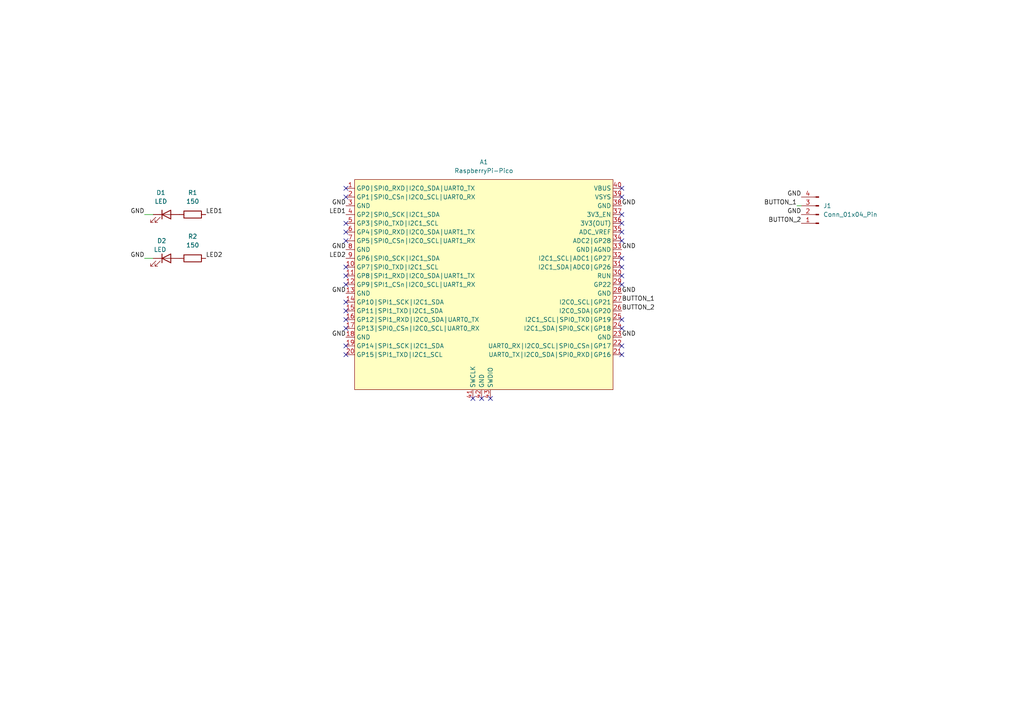
<source format=kicad_sch>
(kicad_sch (version 20230121) (generator eeschema)
  (paper "A4")
  (lib_symbols
    (symbol "Connector:Conn_01x04_Pin" (pin_names (offset 1.016) hide)
      (property "Reference" "J" (at 0 5.08 0))
      (property "Value" "Conn_01x04_Pin" (at 0 -7.62 0))
      (symbol "Conn_01x04_Pin_1_1"
        (polyline (pts (xy 1.27 -5.08) (xy 0.8636 -5.08)) (stroke (width 0.1524)))
        (polyline (pts (xy 1.27 -2.54) (xy 0.8636 -2.54)) (stroke (width 0.1524)))
        (polyline (pts (xy 1.27 0) (xy 0.8636 0)) (stroke (width 0.1524)))
        (polyline (pts (xy 1.27 2.54) (xy 0.8636 2.54)) (stroke (width 0.1524)))
        (rectangle (start 0.8636 -4.953) (end 0 -5.207) (stroke (width 0.1524)) (fill (type outline)))
        (rectangle (start 0.8636 -2.413) (end 0 -2.667) (stroke (width 0.1524)) (fill (type outline)))
        (rectangle (start 0.8636 0.127) (end 0 -0.127) (stroke (width 0.1524)) (fill (type outline)))
        (rectangle (start 0.8636 2.667) (end 0 2.413) (stroke (width 0.1524)) (fill (type outline)))
        (pin passive line (at 5.08 2.54 180) (length 3.81) (name "Pin_1") (number "1"))
        (pin passive line (at 5.08 0 180) (length 3.81) (name "Pin_2") (number "2"))
        (pin passive line (at 5.08 -2.54 180) (length 3.81) (name "Pin_3") (number "3"))
        (pin passive line (at 5.08 -5.08 180) (length 3.81) (name "Pin_4") (number "4"))
      )
    )
    (symbol "Device:LED" (pin_numbers hide) (pin_names (offset 1.016) hide)
      (property "Reference" "D" (at 0 2.54 0))
      (property "Value" "LED" (at 0 -2.54 0))
      (symbol "LED_0_1"
        (polyline (pts (xy -1.27 -1.27) (xy -1.27 1.27)) (stroke (width 0.254)))
        (polyline (pts (xy -1.27 0) (xy 1.27 0)))
        (polyline (pts (xy 1.27 -1.27) (xy 1.27 1.27) (xy -1.27 0) (xy 1.27 -1.27)) (stroke (width 0.254)))
        (polyline (pts (xy -3.048 -0.762) (xy -4.572 -2.286) (xy -3.81 -2.286) (xy -4.572 -2.286) (xy -4.572 -1.524)))
        (polyline (pts (xy -1.778 -0.762) (xy -3.302 -2.286) (xy -2.54 -2.286) (xy -3.302 -2.286) (xy -3.302 -1.524)))
      )
      (symbol "LED_1_1"
        (pin passive line (at -3.81 0 0) (length 2.54) (name "K") (number "1"))
        (pin passive line (at 3.81 0 180) (length 2.54) (name "A") (number "2"))
      )
    )
    (symbol "Device:R" (pin_numbers hide) (pin_names (offset 0))
      (property "Reference" "R" (at 2.032 0 90))
      (property "Value" "R" (at 0 0 90))
      (symbol "R_0_1"
        (rectangle (start -1.016 -2.54) (end 1.016 2.54) (stroke (width 0.254)))
      )
      (symbol "R_1_1"
        (pin passive line (at 0 3.81 270) (length 1.27) (name "~") (number "1"))
        (pin passive line (at 0 -3.81 90) (length 1.27) (name "~") (number "2"))
      )
    )
    (symbol "twyleg-board-connectors:RaspberryPi-Pico"
      (property "Reference" "A" (at 0 5.08 0))
      (property "Value" "RaspberryPi-Pico" (at 0 2.54 0))
      (symbol "RaspberryPi-Pico_1_1"
        (rectangle (start -36.83 0) (end 38.1 -60.96) (fill (type background)))
        (pin bidirectional line (at -39.37 -2.54 0) (length 2.54) (name "GP0|SPI0_RXD|I2C0_SDA|UART0_TX") (number "1"))
        (pin bidirectional line (at -39.37 -25.4 0) (length 2.54) (name "GP7|SPI0_TXD|I2C1_SCL") (number "10"))
        (pin bidirectional line (at -39.37 -27.94 0) (length 2.54) (name "GP8|SPI1_RXD|I2C0_SDA|UART1_TX") (number "11"))
        (pin bidirectional line (at -39.37 -30.48 0) (length 2.54) (name "GP9|SPI1_CSn|I2C0_SCL|UART1_RX") (number "12"))
        (pin power_in line (at -39.37 -33.02 0) (length 2.54) (name "GND") (number "13"))
        (pin bidirectional line (at -39.37 -35.56 0) (length 2.54) (name "GP10|SPI1_SCK|I2C1_SDA") (number "14"))
        (pin bidirectional line (at -39.37 -38.1 0) (length 2.54) (name "GP11|SPI1_TXD|I2C1_SDA") (number "15"))
        (pin bidirectional line (at -39.37 -40.64 0) (length 2.54) (name "GP12|SPI1_RXD|I2C0_SDA|UART0_TX") (number "16"))
        (pin bidirectional line (at -39.37 -43.18 0) (length 2.54) (name "GP13|SPI0_CSn|I2C0_SCL|UART0_RX") (number "17"))
        (pin power_in line (at -39.37 -45.72 0) (length 2.54) (name "GND") (number "18"))
        (pin bidirectional line (at -39.37 -48.26 0) (length 2.54) (name "GP14|SPI1_SCK|I2C1_SDA") (number "19"))
        (pin bidirectional line (at -39.37 -5.08 0) (length 2.54) (name "GP1|SPI0_CSn|I2C0_SCL|UART0_RX") (number "2"))
        (pin bidirectional line (at -39.37 -50.8 0) (length 2.54) (name "GP15|SPI1_TXD|I2C1_SCL") (number "20"))
        (pin bidirectional line (at 40.64 -50.8 180) (length 2.54) (name "UART0_TX|I2C0_SDA|SPI0_RXD|GP16") (number "21"))
        (pin bidirectional line (at 40.64 -48.26 180) (length 2.54) (name "UART0_RX|I2C0_SCL|SPI0_CSn|GP17") (number "22"))
        (pin power_in line (at 40.64 -45.72 180) (length 2.54) (name "GND") (number "23"))
        (pin bidirectional line (at 40.64 -43.18 180) (length 2.54) (name "I2C1_SDA|SPI0_SCK|GP18") (number "24"))
        (pin bidirectional line (at 40.64 -40.64 180) (length 2.54) (name "I2C1_SCL|SPI0_TXD|GP19") (number "25"))
        (pin bidirectional line (at 40.64 -38.1 180) (length 2.54) (name "I2C0_SDA|GP20") (number "26"))
        (pin bidirectional line (at 40.64 -35.56 180) (length 2.54) (name "I2C0_SCL|GP21") (number "27"))
        (pin power_in line (at 40.64 -33.02 180) (length 2.54) (name "GND") (number "28"))
        (pin bidirectional line (at 40.64 -30.48 180) (length 2.54) (name "GP22") (number "29"))
        (pin power_in line (at -39.37 -7.62 0) (length 2.54) (name "GND") (number "3"))
        (pin input line (at 40.64 -27.94 180) (length 2.54) (name "RUN") (number "30"))
        (pin bidirectional line (at 40.64 -25.4 180) (length 2.54) (name "I2C1_SDA|ADC0|GP26") (number "31"))
        (pin bidirectional line (at 40.64 -22.86 180) (length 2.54) (name "I2C1_SCL|ADC1|GP27") (number "32"))
        (pin input line (at 40.64 -20.32 180) (length 2.54) (name "GND|AGND") (number "33"))
        (pin bidirectional line (at 40.64 -17.78 180) (length 2.54) (name "ADC2|GP28") (number "34"))
        (pin input line (at 40.64 -15.24 180) (length 2.54) (name "ADC_VREF") (number "35"))
        (pin power_out line (at 40.64 -12.7 180) (length 2.54) (name "3V3(OUT)") (number "36"))
        (pin input line (at 40.64 -10.16 180) (length 2.54) (name "3V3_EN") (number "37"))
        (pin power_in line (at 40.64 -7.62 180) (length 2.54) (name "GND") (number "38"))
        (pin power_in line (at 40.64 -5.08 180) (length 2.54) (name "VSYS") (number "39"))
        (pin bidirectional line (at -39.37 -10.16 0) (length 2.54) (name "GP2|SPI0_SCK|I2C1_SDA") (number "4"))
        (pin power_out line (at 40.64 -2.54 180) (length 2.54) (name "VBUS") (number "40"))
        (pin input line (at -2.54 -63.5 90) (length 2.54) (name "SWCLK") (number "41"))
        (pin power_in line (at 0 -63.5 90) (length 2.54) (name "GND") (number "42"))
        (pin input line (at 2.54 -63.5 90) (length 2.54) (name "SWDIO") (number "43"))
        (pin bidirectional line (at -39.37 -12.7 0) (length 2.54) (name "GP3|SPI0_TXD|I2C1_SCL") (number "5"))
        (pin bidirectional line (at -39.37 -15.24 0) (length 2.54) (name "GP4|SPI0_RXD|I2C0_SDA|UART1_TX") (number "6"))
        (pin bidirectional line (at -39.37 -17.78 0) (length 2.54) (name "GP5|SPI0_CSn|I2C0_SCL|UART1_RX") (number "7"))
        (pin power_in line (at -39.37 -20.32 0) (length 2.54) (name "GND") (number "8"))
        (pin bidirectional line (at -39.37 -22.86 0) (length 2.54) (name "GP6|SPI0_SCK|I2C1_SDA") (number "9"))
      )
    )
  )
  (no_connect (at 100.33 100.33))
  (no_connect (at 142.24 115.57))
  (no_connect (at 180.34 82.55))
  (no_connect (at 180.34 92.71))
  (no_connect (at 180.34 77.47))
  (no_connect (at 180.34 62.23))
  (no_connect (at 139.7 115.57))
  (no_connect (at 137.16 115.57))
  (no_connect (at 100.33 102.87))
  (no_connect (at 180.34 64.77))
  (no_connect (at 100.33 69.85))
  (no_connect (at 100.33 64.77))
  (no_connect (at 180.34 102.87))
  (no_connect (at 180.34 80.01))
  (no_connect (at 100.33 80.01))
  (no_connect (at 100.33 87.63))
  (no_connect (at 180.34 100.33))
  (no_connect (at 180.34 67.31))
  (no_connect (at 180.34 95.25))
  (no_connect (at 180.34 57.15))
  (no_connect (at 100.33 67.31))
  (no_connect (at 100.33 77.47))
  (no_connect (at 100.33 57.15))
  (no_connect (at 100.33 82.55))
  (no_connect (at 180.34 54.61))
  (no_connect (at 180.34 74.93))
  (no_connect (at 100.33 95.25))
  (no_connect (at 180.34 69.85))
  (no_connect (at 100.33 92.71))
  (no_connect (at 100.33 90.17))
  (no_connect (at 100.33 54.61))
  (wire (pts (xy 44.45 62.23) (xy 41.91 62.23)))
  (wire (pts (xy 231.14 59.69) (xy 232.41 59.69)))
  (wire (pts (xy 44.45 74.93) (xy 41.91 74.93)))
  (label "BUTTON_2" (at 232.41 64.77 180))
  (label "BUTTON_2" (at 180.34 90.17 0))
  (label "GND" (at 41.91 62.23 180))
  (label "BUTTON_1" (at 231.14 59.69 180))
  (label "GND" (at 100.33 72.39 180))
  (label "GND" (at 180.34 85.09 0))
  (label "GND" (at 180.34 97.79 0))
  (label "GND" (at 100.33 59.69 180))
  (label "LED1" (at 100.33 62.23 180))
  (label "GND" (at 180.34 59.69 0))
  (label "LED2" (at 59.69 74.93 0))
  (label "GND" (at 41.91 74.93 180))
  (label "GND" (at 100.33 85.09 180))
  (label "GND" (at 232.41 62.23 180))
  (label "GND" (at 180.34 72.39 0))
  (label "GND" (at 232.41 57.15 180))
  (label "LED1" (at 59.69 62.23 0))
  (label "GND" (at 100.33 97.79 180))
  (label "LED2" (at 100.33 74.93 180))
  (label "BUTTON_1" (at 180.34 87.63 0))
  (symbol (lib_id "twyleg-board-connectors:RaspberryPi-Pico") (at 139.7 52.07 0) (unit 1)
    (property "Reference" "A1" (at 140.335 46.99 0))
    (property "Value" "RaspberryPi-Pico" (at 140.335 49.53 0))
    (property "Footprint" "twyleg-board-connectors:RaspberryPiPico-THT-Dev" (effects hide))
  )
  (symbol (lib_id "Device:LED") (at 48.26 74.93 0) (unit 1)
    (property "Reference" "D2" (at 48.26 69.85 0) (effects (justify right)))
    (property "Value" "LED" (at 48.26 72.39 0) (effects (justify right)))
    (property "Footprint" "LED_THT:LED_D3.0mm" (effects hide))
  )
  (symbol (lib_id "Connector:Conn_01x04_Pin") (at 237.49 62.23 180) (unit 1)
    (property "Reference" "J1" (at 238.76 59.69 0) (effects (justify right)))
    (property "Value" "Conn_01x04_Pin" (at 238.76 62.23 0) (effects (justify right)))
    (property "Footprint" "Connector_PinSocket_2.54mm:PinSocket_1x04_P2.54mm_Vertical" (effects hide))
  )
  (symbol (lib_id "Device:R") (at 55.88 62.23 90) (unit 1)
    (property "Reference" "R1" (at 55.88 55.88 90))
    (property "Value" "150" (at 55.88 58.42 90))
    (property "Footprint" "Resistor_THT:R_Axial_DIN0204_L3.6mm_D1.6mm_P5.08mm_Horizontal" (effects hide))
  )
  (symbol (lib_id "Device:R") (at 55.88 74.93 90) (unit 1)
    (property "Reference" "R2" (at 55.88 68.58 90))
    (property "Value" "150" (at 55.88 71.12 90))
    (property "Footprint" "Resistor_THT:R_Axial_DIN0204_L3.6mm_D1.6mm_P5.08mm_Horizontal" (effects hide))
  )
  (symbol (lib_id "Device:LED") (at 48.26 62.23 0) (unit 1)
    (property "Reference" "D1" (at 46.6725 55.88 0))
    (property "Value" "LED" (at 46.6725 58.42 0))
    (property "Footprint" "LED_THT:LED_D3.0mm" (effects hide))
  )
)
</source>
